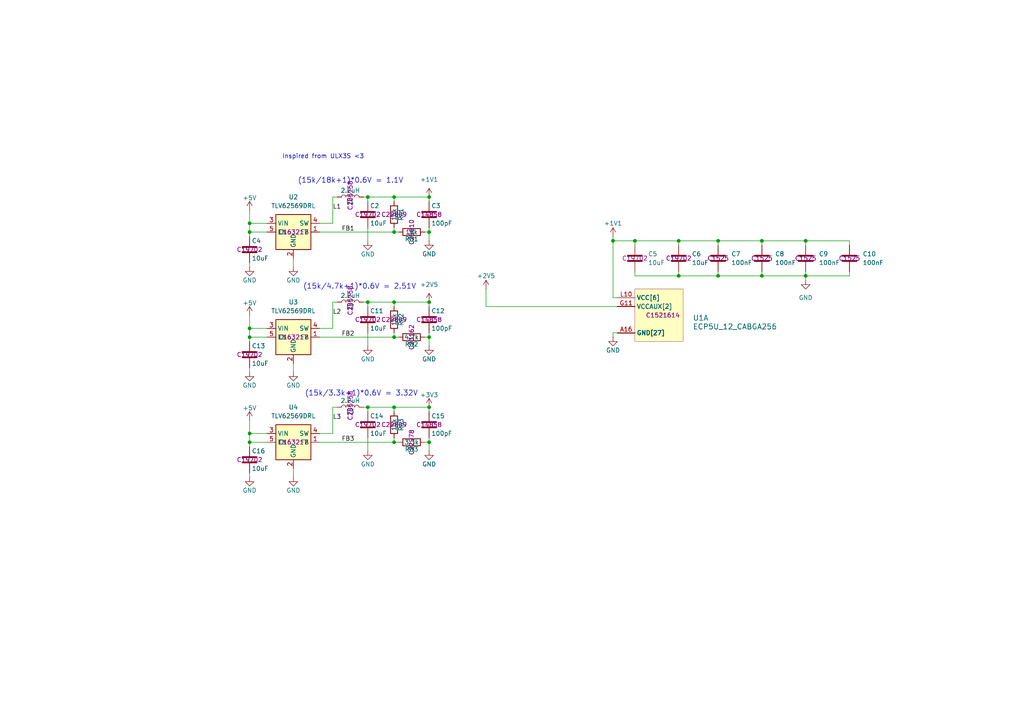
<source format=kicad_sch>
(kicad_sch (version 20250114) (generator "eeschema") (generator_version "9.0")
  (paper "A4")
  (lib_symbols
    (symbol "+1V1_1" (power) (pin_numbers (hide yes)) (pin_names (offset 0) (hide yes))
      (property "Value" "+1V1" (at 0 3.556 0))
      (symbol "+1V1_1_0_1"
        (polyline (pts (xy -0.762 1.27) (xy 0 2.54)))
        (polyline (pts (xy 0 2.54) (xy 0.762 1.27)))
        (polyline (pts (xy 0 0) (xy 0 2.54)))
      )
      (symbol "+1V1_1_1_1"
        (pin power_in line (at 0 0 90) (length 0) (name "~") (number "1"))
      )
    )
    (symbol "+2V5_1" (power) (pin_numbers (hide yes)) (pin_names (offset 0) (hide yes))
      (property "Value" "+2V5" (at 0 3.556 0))
      (symbol "+2V5_1_0_1"
        (polyline (pts (xy -0.762 1.27) (xy 0 2.54)))
        (polyline (pts (xy 0 2.54) (xy 0.762 1.27)))
        (polyline (pts (xy 0 0) (xy 0 2.54)))
      )
      (symbol "+2V5_1_1_1"
        (pin power_in line (at 0 0 90) (length 0) (name "~") (number "1"))
      )
    )
    (symbol "Device:C" (pin_numbers (hide yes)) (pin_names (offset 0.254))
      (property "Reference" "C" (at 0.635 2.54 0))
      (property "Value" "C" (at 0.635 -2.54 0))
      (symbol "C_0_1"
        (polyline (pts (xy -2.032 0.762) (xy 2.032 0.762)) (stroke (width 0.508)))
        (polyline (pts (xy -2.032 -0.762) (xy 2.032 -0.762)) (stroke (width 0.508)))
      )
      (symbol "C_1_1"
        (pin passive line (at 0 3.81 270) (length 2.794) (name "~") (number "1"))
        (pin passive line (at 0 -3.81 90) (length 2.794) (name "~") (number "2"))
      )
    )
    (symbol "Device:L" (pin_numbers (hide yes)) (pin_names (offset 1.016) (hide yes))
      (property "Reference" "L" (at -1.27 0 90))
      (property "Value" "L" (at 1.905 0 90))
      (symbol "L_0_1"
        (arc (start 0 2.54) (mid 0.6323 1.905) (end 0 1.27))
        (arc (start 0 1.27) (mid 0.6323 0.635) (end 0 0))
        (arc (start 0 0) (mid 0.6323 -0.635) (end 0 -1.27))
        (arc (start 0 -1.27) (mid 0.6323 -1.905) (end 0 -2.54))
      )
      (symbol "L_1_1"
        (pin passive line (at 0 3.81 270) (length 1.27) (name "1") (number "1"))
        (pin passive line (at 0 -3.81 90) (length 1.27) (name "2") (number "2"))
      )
    )
    (symbol "Device:R" (pin_numbers (hide yes)) (pin_names (offset 0))
      (property "Reference" "R" (at 2.032 0 90))
      (property "Value" "R" (at 0 0 90))
      (symbol "R_0_1"
        (rectangle (start -1.016 -2.54) (end 1.016 2.54) (stroke (width 0.254)))
      )
      (symbol "R_1_1"
        (pin passive line (at 0 3.81 270) (length 1.27) (name "~") (number "1"))
        (pin passive line (at 0 -3.81 90) (length 1.27) (name "~") (number "2"))
      )
    )
    (symbol "Regulator_Switching:TLV62569DRL"
      (property "Reference" "U" (at -5.08 6.35 0))
      (property "Value" "TLV62569DRL" (at 0 6.35 0))
      (symbol "TLV62569DRL_0_1"
        (rectangle (start -5.08 5.08) (end 5.08 -5.08) (stroke (width 0.254)) (fill (type background)))
      )
      (symbol "TLV62569DRL_1_1"
        (pin power_in line (at -7.62 2.54 0) (length 2.54) (name "VIN") (number "3"))
        (pin input line (at -7.62 0 0) (length 2.54) (name "EN") (number "5"))
        (pin power_in line (at 0 -7.62 90) (length 2.54) (name "GND") (number "2"))
        (pin no_connect line (at 5.08 -2.54 180) (length 2.54) (hide yes) (name "NC") (number "6"))
        (pin power_out line (at 7.62 2.54 180) (length 2.54) (name "SW") (number "4"))
        (pin input line (at 7.62 0 180) (length 2.54) (name "FB") (number "1"))
      )
    )
    (symbol "josh-ic:ECP5U_12_CABGA256"
      (property "Reference" "U1" (at 22.86 -2.5399 0))
      (property "Value" "ECP5U_12_CABGA256" (at 22.86 -5.0799 0))
      (symbol "ECP5U_12_CABGA256_1_1"
        (rectangle (start -7.62 7.62) (end 6.35 -7.62) (stroke (width 0.001)) (fill (type background)))
        (pin power_in line (at -12.7 5.08 0) (length 5.08) (name "VCC[6]") (number "G6"))
        (pin power_in line (at -12.7 5.08 0) (length 5.08) (name "VCC[6]") (number "G7"))
        (pin power_in line (at -12.7 5.08 0) (length 5.08) (name "VCC[6]") (number "G9"))
        (pin power_in line (at -12.7 5.08 0) (length 5.08) (name "VCC[6]") (number "L10"))
        (pin power_in line (at -12.7 5.08 0) (length 5.08) (name "VCC[6]") (number "L8"))
        (pin power_in line (at -12.7 5.08 0) (length 5.08) (name "VCC[6]") (number "L9"))
        (pin power_in line (at -12.7 2.54 0) (length 5.08) (name "VCCAUX[2]") (number "G11"))
        (pin power_in line (at -12.7 2.54 0) (length 5.08) (name "VCCAUX[2]") (number "L7"))
        (pin power_in line (at -12.7 -5.08 0) (length 5.08) (name "GND[27]") (number "A1"))
        (pin power_in line (at -12.7 -5.08 0) (length 5.08) (name "GND[27]") (number "A16"))
        (pin power_in line (at -12.7 -5.08 0) (length 5.08) (name "GND[27]") (number "D15"))
        (pin power_in line (at -12.7 -5.08 0) (length 5.08) (name "GND[27]") (number "D2"))
        (pin power_in line (at -12.7 -5.08 0) (length 5.08) (name "GND[27]") (number "F8"))
        (pin power_in line (at -12.7 -5.08 0) (length 5.08) (name "GND[27]") (number "F9"))
        (pin power_in line (at -12.7 -5.08 0) (length 5.08) (name "GND[27]") (number "G10"))
        (pin power_in line (at -12.7 -5.08 0) (length 5.08) (name "GND[27]") (number "G8"))
        (pin power_in line (at -12.7 -5.08 0) (length 5.08) (name "GND[27]") (number "H1"))
        (pin power_in line (at -12.7 -5.08 0) (length 5.08) (name "GND[27]") (number "H10"))
        (pin power_in line (at -12.7 -5.08 0) (length 5.08) (name "GND[27]") (number "H16"))
        (pin power_in line (at -12.7 -5.08 0) (length 5.08) (name "GND[27]") (number "H8"))
        (pin power_in line (at -12.7 -5.08 0) (length 5.08) (name "GND[27]") (number "H9"))
        (pin power_in line (at -12.7 -5.08 0) (length 5.08) (name "GND[27]") (number "J10"))
        (pin power_in line (at -12.7 -5.08 0) (length 5.08) (name "GND[27]") (number "J8"))
        (pin power_in line (at -12.7 -5.08 0) (length 5.08) (name "GND[27]") (number "J9"))
        (pin power_in line (at -12.7 -5.08 0) (length 5.08) (name "GND[27]") (number "K10"))
        (pin power_in line (at -12.7 -5.08 0) (length 5.08) (name "GND[27]") (number "K6"))
        (pin power_in line (at -12.7 -5.08 0) (length 5.08) (name "GND[27]") (number "K7"))
        (pin power_in line (at -12.7 -5.08 0) (length 5.08) (name "GND[27]") (number "K8"))
        (pin power_in line (at -12.7 -5.08 0) (length 5.08) (name "GND[27]") (number "K9"))
        (pin power_in line (at -12.7 -5.08 0) (length 5.08) (name "GND[27]") (number "N15"))
        (pin power_in line (at -12.7 -5.08 0) (length 5.08) (name "GND[27]") (number "N2"))
        (pin power_in line (at -12.7 -5.08 0) (length 5.08) (name "GND[27]") (number "T1"))
        (pin power_in line (at -12.7 -5.08 0) (length 5.08) (name "GND[27]") (number "T12"))
        (pin power_in line (at -12.7 -5.08 0) (length 5.08) (name "GND[27]") (number "T16"))
        (pin power_in line (at -12.7 -5.08 0) (length 5.08) (name "GND[27]") (number "T5"))
      )
      (symbol "ECP5U_12_CABGA256_2_1"
        (rectangle (start -16.51 40.64) (end 8.89 -27.94) (stroke (width 0.305)) (fill (type background)))
        (pin power_in line (at -21.59 38.1 0) (length 5.08) (name "VCCIO0[2]") (number "F6"))
        (pin power_in line (at -21.59 38.1 0) (length 5.08) (name "VCCIO0[2]") (number "F7"))
        (pin bidirectional line (at -21.59 33.02 0) (length 5.08) (name "PT4A/+") (number "A2"))
        (pin bidirectional line (at -21.59 30.48 0) (length 5.08) (name "PT4B/-") (number "B3"))
        (pin bidirectional line (at -21.59 27.94 0) (length 5.08) (name "PT6A/+") (number "A3"))
        (pin bidirectional line (at -21.59 25.4 0) (length 5.08) (name "PT6B/-") (number "A4"))
        (pin bidirectional line (at -21.59 22.86 0) (length 5.08) (name "PT9A/+") (number "E4"))
        (pin bidirectional line (at -21.59 20.32 0) (length 5.08) (name "PT9B/-") (number "D4"))
        (pin bidirectional line (at -21.59 17.78 0) (length 5.08) (name "PT11A/+") (number "C4"))
        (pin bidirectional line (at -21.59 15.24 0) (length 5.08) (name "PT11B/-") (number "B4"))
        (pin bidirectional line (at -21.59 12.7 0) (length 5.08) (name "PT13A/+") (number "E5"))
        (pin bidirectional line (at -21.59 10.16 0) (length 5.08) (name "PT13B/-") (number "D5"))
        (pin bidirectional line (at -21.59 7.62 0) (length 5.08) (name "PT15A/+") (number "C5"))
        (pin bidirectional line (at -21.59 5.08 0) (length 5.08) (name "PT15B/-") (number "B5"))
        (pin bidirectional line (at -21.59 2.54 0) (length 5.08) (name "PT18A/+") (number "A5"))
        (pin bidirectional line (at -21.59 0 0) (length 5.08) (name "PT18B/-") (number "A6"))
        (pin bidirectional line (at -21.59 -2.54 0) (length 5.08) (name "PT20A/+") (number "E6"))
        (pin bidirectional line (at -21.59 -5.08 0) (length 5.08) (name "PT20B/-") (number "D6"))
        (pin bidirectional line (at -21.59 -7.62 0) (length 5.08) (name "PT22A/+") (number "C6"))
        (pin bidirectional line (at -21.59 -10.16 0) (length 5.08) (name "PT22B/-") (number "B6"))
        (pin bidirectional line (at -21.59 -12.7 0) (length 5.08) (name "PT24A/+/GR_PCLK0_1") (number "E7"))
        (pin bidirectional line (at -21.59 -15.24 0) (length 5.08) (name "PT24B/-/GR_PCLK0_0") (number "D7"))
        (pin bidirectional line (at -21.59 -17.78 0) (length 5.08) (name "PT27A/+/PCLKT0_1") (number "C7"))
        (pin bidirectional line (at -21.59 -20.32 0) (length 5.08) (name "PT27B/-/PCLKC0_1") (number "B7"))
        (pin bidirectional line (at -21.59 -22.86 0) (length 5.08) (name "PT29A/+/PCLKT0_0") (number "A7"))
        (pin bidirectional line (at -21.59 -25.4 0) (length 5.08) (name "PT29B/-/PCLKC0_0") (number "A8"))
      )
      (symbol "ECP5U_12_CABGA256_3_1"
        (rectangle (start -16.51 40.64) (end 8.89 -48.26) (stroke (width 0.305)) (fill (type background)))
        (pin power_in line (at -21.59 38.1 0) (length 5.08) (name "VCCIO1[2]") (number "F10"))
        (pin power_in line (at -21.59 38.1 0) (length 5.08) (name "VCCIO1[2]") (number "F11"))
        (pin bidirectional line (at -21.59 33.02 0) (length 5.08) (name "PT33A/+/PCLKT1_1") (number "E8"))
        (pin bidirectional line (at -21.59 30.48 0) (length 5.08) (name "PT33B/-/PCLKC1_1") (number "D8"))
        (pin bidirectional line (at -21.59 27.94 0) (length 5.08) (name "PT35A/+/PCLKT1_0") (number "C8"))
        (pin bidirectional line (at -21.59 25.4 0) (length 5.08) (name "PT35B/-/PCLKC1_0") (number "B8"))
        (pin bidirectional line (at -21.59 22.86 0) (length 5.08) (name "PT38A/+/GR_PCLK1_0") (number "B9"))
        (pin bidirectional line (at -21.59 20.32 0) (length 5.08) (name "PT38B/-/GR_PCLK1_1") (number "C9"))
        (pin bidirectional line (at -21.59 17.78 0) (length 5.08) (name "PT40A/+") (number "D9"))
        (pin bidirectional line (at -21.59 15.24 0) (length 5.08) (name "PT40B/-") (number "E9"))
        (pin bidirectional line (at -21.59 12.7 0) (length 5.08) (name "PT42A/+") (number "A9"))
        (pin bidirectional line (at -21.59 10.16 0) (length 5.08) (name "PT42B/-") (number "A10"))
        (pin bidirectional line (at -21.59 7.62 0) (length 5.08) (name "PT44A/+") (number "B10"))
        (pin bidirectional line (at -21.59 5.08 0) (length 5.08) (name "PT44B/-") (number "C10"))
        (pin bidirectional line (at -21.59 2.54 0) (length 5.08) (name "PT47A/+") (number "D10"))
        (pin bidirectional line (at -21.59 0 0) (length 5.08) (name "PT47B/-") (number "E10"))
        (pin bidirectional line (at -21.59 -2.54 0) (length 5.08) (name "PT49A/+") (number "B11"))
        (pin bidirectional line (at -21.59 -5.08 0) (length 5.08) (name "PT49B/-") (number "C11"))
        (pin bidirectional line (at -21.59 -7.62 0) (length 5.08) (name "PT51A/+") (number "D11"))
        (pin bidirectional line (at -21.59 -10.16 0) (length 5.08) (name "PT51B/-") (number "E11"))
        (pin bidirectional line (at -21.59 -12.7 0) (length 5.08) (name "PT53A/+") (number "A11"))
        (pin bidirectional line (at -21.59 -15.24 0) (length 5.08) (name "PT53B/-") (number "A12"))
        (pin bidirectional line (at -21.59 -17.78 0) (length 5.08) (name "PT56A/+") (number "B12"))
        (pin bidirectional line (at -21.59 -20.32 0) (length 5.08) (name "PT56B/-") (number "C12"))
        (pin bidirectional line (at -21.59 -22.86 0) (length 5.08) (name "PT58A/+") (number "D12"))
        (pin bidirectional line (at -21.59 -25.4 0) (length 5.08) (name "PT58B/-") (number "E12"))
        (pin bidirectional line (at -21.59 -27.94 0) (length 5.08) (name "PT60A/+") (number "B13"))
        (pin bidirectional line (at -21.59 -30.48 0) (length 5.08) (name "PT60B/-") (number "C13"))
        (pin bidirectional line (at -21.59 -33.02 0) (length 5.08) (name "PT62A/+") (number "D13"))
        (pin bidirectional line (at -21.59 -35.56 0) (length 5.08) (name "PT62B/-") (number "E13"))
        (pin bidirectional line (at -21.59 -38.1 0) (length 5.08) (name "PT65A/+") (number "A13"))
        (pin bidirectional line (at -21.59 -40.64 0) (length 5.08) (name "PT65B/-") (number "A14"))
        (pin bidirectional line (at -21.59 -43.18 0) (length 5.08) (name "PT67A/+") (number "B14"))
        (pin bidirectional line (at -21.59 -45.72 0) (length 5.08) (name "PT67B/-") (number "A15"))
      )
      (symbol "ECP5U_12_CABGA256_4_1"
        (rectangle (start -16.51 40.64) (end 21.59 -48.26) (stroke (width 0.305)) (fill (type background)))
        (pin power_in line (at -21.59 38.1 0) (length 5.08) (name "VCCIO2[2]") (number "H11"))
        (pin power_in line (at -21.59 38.1 0) (length 5.08) (name "VCCIO2[2]") (number "J11"))
        (pin bidirectional line (at -21.59 33.02 0) (length 5.08) (name "PR2A/+/HS/RDQ8") (number "B16"))
        (pin bidirectional line (at -21.59 30.48 0) (length 5.08) (name "PR2B/-/S0_IN/HS/RDQ8") (number "B15"))
        (pin bidirectional line (at -21.59 27.94 0) (length 5.08) (name "PR2C/+/RDQ8") (number "C14"))
        (pin bidirectional line (at -21.59 25.4 0) (length 5.08) (name "PR2D/-/RDQ8") (number "D14"))
        (pin bidirectional line (at -21.59 22.86 0) (length 5.08) (name "PR5A/+/HS/RDQ8") (number "C16"))
        (pin bidirectional line (at -21.59 20.32 0) (length 5.08) (name "PR5B/-/HS/RDQ8") (number "C15"))
        (pin bidirectional line (at -21.59 17.78 0) (length 5.08) (name "PR5C/+/RDQ8") (number "E14"))
        (pin bidirectional line (at -21.59 15.24 0) (length 5.08) (name "PR5D/-/RDQ8") (number "F14"))
        (pin bidirectional line (at -21.59 12.7 0) (length 5.08) (name "PR8A/+/HS/RDQS8") (number "D16"))
        (pin bidirectional line (at -21.59 10.16 0) (length 5.08) (name "PR8B/-/HS/RDQSN8") (number "E15"))
        (pin bidirectional line (at -21.59 7.62 0) (length 5.08) (name "PR8C/+/RDQ8") (number "F13"))
        (pin bidirectional line (at -21.59 5.08 0) (length 5.08) (name "PR8D/-/RDQ8") (number "F12"))
        (pin bidirectional line (at -21.59 2.54 0) (length 5.08) (name "PR11A/+/HS/RDQ8") (number "G12"))
        (pin bidirectional line (at -21.59 0 0) (length 5.08) (name "PR11B/-/HS/RDQ8") (number "G13"))
        (pin bidirectional line (at -21.59 -2.54 0) (length 5.08) (name "PR11C/+/RDQ8") (number "F15"))
        (pin bidirectional line (at -21.59 -5.08 0) (length 5.08) (name "PR11D/-/RDQ8") (number "E16"))
        (pin bidirectional line (at -21.59 -7.62 0) (length 5.08) (name "PR14A/+/HS/RDQ20") (number "F16"))
        (pin bidirectional line (at -21.59 -10.16 0) (length 5.08) (name "PR14B/-/HS/RDQ20") (number "G15"))
        (pin bidirectional line (at -21.59 -12.7 0) (length 5.08) (name "PR14C/+/VREF1_2/RDQ20") (number "G14"))
        (pin bidirectional line (at -21.59 -15.24 0) (length 5.08) (name "PR14D/-/RDQ20") (number "H14"))
        (pin bidirectional line (at -21.59 -17.78 0) (length 5.08) (name "PR17A/+/HS/RDQ20") (number "H12"))
        (pin bidirectional line (at -21.59 -20.32 0) (length 5.08) (name "PR17B/-/HS/RDQ20") (number "H13"))
        (pin bidirectional line (at -21.59 -22.86 0) (length 5.08) (name "PR17C/+/RDQ20") (number "J13"))
        (pin bidirectional line (at -21.59 -25.4 0) (length 5.08) (name "PR17D/-/RDQ20") (number "J12"))
        (pin bidirectional line (at -21.59 -27.94 0) (length 5.08) (name "PR20A/+/GR_PCLK2_1/HS/RDQS20") (number "G16"))
        (pin bidirectional line (at -21.59 -30.48 0) (length 5.08) (name "PR20B/-/HS/RDQSN20") (number "H15"))
        (pin bidirectional line (at -21.59 -33.02 0) (length 5.08) (name "PR20C/+/GR_PCLK2_0/RDQ20") (number "J14"))
        (pin bidirectional line (at -21.59 -35.56 0) (length 5.08) (name "PR20D/-/RDQ20") (number "K14"))
        (pin bidirectional line (at -21.59 -38.1 0) (length 5.08) (name "PR23A/+/PCLKT2_1/HS/RDQ20") (number "J16"))
        (pin bidirectional line (at -21.59 -40.64 0) (length 5.08) (name "PR23B/-/PCLKC2_1/HS/RDQ20") (number "J15"))
        (pin bidirectional line (at -21.59 -43.18 0) (length 5.08) (name "PR23C/+/PCLKT2_0/RDQ20") (number "K16"))
        (pin bidirectional line (at -21.59 -45.72 0) (length 5.08) (name "PR23D/-/PCLKC2_0/RDQ20") (number "K15"))
      )
      (symbol "ECP5U_12_CABGA256_5_1"
        (rectangle (start -16.51 40.64) (end 19.05 -48.26) (stroke (width 0.305)) (fill (type background)))
        (pin power_in line (at -21.59 38.1 0) (length 5.08) (name "VCCIO3[2]") (number "K11"))
        (pin power_in line (at -21.59 38.1 0) (length 5.08) (name "VCCIO3[2]") (number "L11"))
        (pin bidirectional line (at -21.59 33.02 0) (length 5.08) (name "PR26A/+/PCLKT3_1/HS/RDQ32") (number "L16"))
        (pin bidirectional line (at -21.59 30.48 0) (length 5.08) (name "PR26B/-/PCLKC3_1/HS/RDQ32") (number "L15"))
        (pin bidirectional line (at -21.59 27.94 0) (length 5.08) (name "PR26C/+/PCLKT3_0/RDQ32") (number "M16"))
        (pin bidirectional line (at -21.59 25.4 0) (length 5.08) (name "PR26D/-/PCLKC3_0/RDQ32") (number "M15"))
        (pin bidirectional line (at -21.59 22.86 0) (length 5.08) (name "PR29A/+/GR_PCLK3_0/HS/RDQ32") (number "K13"))
        (pin bidirectional line (at -21.59 20.32 0) (length 5.08) (name "PR29B/-/HS/RDQ32") (number "K12"))
        (pin bidirectional line (at -21.59 17.78 0) (length 5.08) (name "PR29C/+/GR_PCLK3_1/RDQ32") (number "L13"))
        (pin bidirectional line (at -21.59 15.24 0) (length 5.08) (name "PR29D/-/RDQ32") (number "L12"))
        (pin bidirectional line (at -21.59 12.7 0) (length 5.08) (name "PR32A/+/HS/RDQS32") (number "N16"))
        (pin bidirectional line (at -21.59 10.16 0) (length 5.08) (name "PR32B/-/HS/RDQSN32") (number "P15"))
        (pin bidirectional line (at -21.59 7.62 0) (length 5.08) (name "PR32C/+/RDQ32") (number "L14"))
        (pin bidirectional line (at -21.59 5.08 0) (length 5.08) (name "PR32D/-/RDQ32") (number "M14"))
        (pin bidirectional line (at -21.59 2.54 0) (length 5.08) (name "PR35A/+/HS/RDQ32") (number "P16"))
        (pin bidirectional line (at -21.59 0 0) (length 5.08) (name "PR35B/-/VREF1_3/HS/RDQ32") (number "R16"))
        (pin bidirectional line (at -21.59 -2.54 0) (length 5.08) (name "PR35C/+/RDQ32") (number "M13"))
        (pin bidirectional line (at -21.59 -5.08 0) (length 5.08) (name "PR35D/-/RDQ32") (number "N14"))
        (pin bidirectional line (at -21.59 -7.62 0) (length 5.08) (name "PR38A/+/HS/RDQ44") (number "N13"))
        (pin bidirectional line (at -21.59 -10.16 0) (length 5.08) (name "PR38B/-/HS/RDQ44") (number "P14"))
        (pin bidirectional line (at -21.59 -12.7 0) (length 5.08) (name "PR38C/+/RDQ44") (number "R15"))
        (pin bidirectional line (at -21.59 -15.24 0) (length 5.08) (name "PR38D/-/RDQ44") (number "T15"))
        (pin bidirectional line (at -21.59 -17.78 0) (length 5.08) (name "PR41A/+/HS/RDQ44") (number "P13"))
        (pin bidirectional line (at -21.59 -20.32 0) (length 5.08) (name "PR41B/-/HS/RDQ44") (number "R14"))
        (pin bidirectional line (at -21.59 -22.86 0) (length 5.08) (name "PR41C/+/RDQ44") (number "R13"))
        (pin bidirectional line (at -21.59 -25.4 0) (length 5.08) (name "PR41D/-/RDQ44") (number "T14"))
        (pin bidirectional line (at -21.59 -27.94 0) (length 5.08) (name "PR44A/+/HS/RDQS44") (number "R12"))
        (pin bidirectional line (at -21.59 -30.48 0) (length 5.08) (name "PR44B/-/HS/RDQSN44") (number "T13"))
        (pin bidirectional line (at -21.59 -33.02 0) (length 5.08) (name "PR44C/+/RDQ44") (number "M12"))
        (pin bidirectional line (at -21.59 -35.56 0) (length 5.08) (name "PR44D/-/RDQ44") (number "N12"))
        (pin bidirectional line (at -21.59 -38.1 0) (length 5.08) (name "PR47A/+/HS/RDQ44") (number "M11"))
        (pin bidirectional line (at -21.59 -40.64 0) (length 5.08) (name "PR47B/-/HS/RDQ44") (number "N11"))
        (pin bidirectional line (at -21.59 -43.18 0) (length 5.08) (name "PR47C/+/LRC_GPLL0T_IN/RDQ44") (number "P11"))
        (pin bidirectional line (at -21.59 -45.72 0) (length 5.08) (name "PR47D/-/LRC_GPLL0C_IN/RDQ44") (number "P12"))
      )
      (symbol "ECP5U_12_CABGA256_6_1"
        (rectangle (start -16.51 40.64) (end 19.05 -48.26) (stroke (width 0.305)) (fill (type background)))
        (pin power_in line (at -21.59 38.1 0) (length 5.08) (name "VCCIO6[2]") (number "J6"))
        (pin power_in line (at -21.59 38.1 0) (length 5.08) (name "VCCIO6[2]") (number "J7"))
        (pin bidirectional line (at -21.59 33.02 0) (length 5.08) (name "PL26A/+/PCLKT6_1/HS/LDQ32") (number "L1"))
        (pin bidirectional line (at -21.59 30.48 0) (length 5.08) (name "PL26B/-/PCLKC6_1/HS/LDQ32") (number "L2"))
        (pin bidirectional line (at -21.59 27.94 0) (length 5.08) (name "PL26C/+/PCLKT6_0/LDQ32") (number "M1"))
        (pin bidirectional line (at -21.59 25.4 0) (length 5.08) (name "PL26D/-/PCLKC6_0/LDQ32") (number "M2"))
        (pin bidirectional line (at -21.59 22.86 0) (length 5.08) (name "PL29A/+/GR_PCLK6_0/HS/LDQ32") (number "K4"))
        (pin bidirectional line (at -21.59 20.32 0) (length 5.08) (name "PL29B/-/HS/LDQ32") (number "K5"))
        (pin bidirectional line (at -21.59 17.78 0) (length 5.08) (name "PL29C/+/GR_PCLK6_1/LDQ32") (number "L4"))
        (pin bidirectional line (at -21.59 15.24 0) (length 5.08) (name "PL29D/-/LDQ32") (number "L5"))
        (pin bidirectional line (at -21.59 12.7 0) (length 5.08) (name "PL32A/+/HS/LDQS32") (number "N1"))
        (pin bidirectional line (at -21.59 10.16 0) (length 5.08) (name "PL32B/-/HS/LDQSN32") (number "P2"))
        (pin bidirectional line (at -21.59 7.62 0) (length 5.08) (name "PL32C/+/LDQ32") (number "L3"))
        (pin bidirectional line (at -21.59 5.08 0) (length 5.08) (name "PL32D/-/LDQ32") (number "M3"))
        (pin bidirectional line (at -21.59 2.54 0) (length 5.08) (name "PL35A/+/HS/LDQ32") (number "P1"))
        (pin bidirectional line (at -21.59 0 0) (length 5.08) (name "PL35B/-/VREF1_6/HS/LDQ32") (number "R1"))
        (pin bidirectional line (at -21.59 -2.54 0) (length 5.08) (name "PL35C/+/LDQ32") (number "M4"))
        (pin bidirectional line (at -21.59 -5.08 0) (length 5.08) (name "PL35D/-/LDQ32") (number "N3"))
        (pin bidirectional line (at -21.59 -7.62 0) (length 5.08) (name "PL38A/+/HS/LDQ44") (number "N4"))
        (pin bidirectional line (at -21.59 -10.16 0) (length 5.08) (name "PL38B/-/HS/LDQ44") (number "P3"))
        (pin bidirectional line (at -21.59 -12.7 0) (length 5.08) (name "PL38C/+/LDQ44") (number "R2"))
        (pin bidirectional line (at -21.59 -15.24 0) (length 5.08) (name "PL38D/-/LDQ44") (number "T2"))
        (pin bidirectional line (at -21.59 -17.78 0) (length 5.08) (name "PL41A/+/HS/LDQ44") (number "P4"))
        (pin bidirectional line (at -21.59 -20.32 0) (length 5.08) (name "PL41B/-/HS/LDQ44") (number "R3"))
        (pin bidirectional line (at -21.59 -22.86 0) (length 5.08) (name "PL41C/+/LDQ44") (number "R4"))
        (pin bidirectional line (at -21.59 -25.4 0) (length 5.08) (name "PL41D/-/LDQ44") (number "T3"))
        (pin bidirectional line (at -21.59 -27.94 0) (length 5.08) (name "PL44A/+/HS/LDQS44") (number "R5"))
        (pin bidirectional line (at -21.59 -30.48 0) (length 5.08) (name "PL44B/-/HS/LDQSN44") (number "T4"))
        (pin bidirectional line (at -21.59 -33.02 0) (length 5.08) (name "PL44C/+/LDQ44") (number "M5"))
        (pin bidirectional line (at -21.59 -35.56 0) (length 5.08) (name "PL44D/-/LDQ44") (number "N5"))
        (pin bidirectional line (at -21.59 -38.1 0) (length 5.08) (name "PL47A/+/HS/LDQ44") (number "M6"))
        (pin bidirectional line (at -21.59 -40.64 0) (length 5.08) (name "PL47B/-/HS/LDQ44") (number "N6"))
        (pin bidirectional line (at -21.59 -43.18 0) (length 5.08) (name "PL47C/+/LLC_GPLL0T_IN/LDQ44") (number "P6"))
        (pin bidirectional line (at -21.59 -45.72 0) (length 5.08) (name "PL47D/-/LLC_GPLL0C_IN/LDQ44") (number "P5"))
      )
      (symbol "ECP5U_12_CABGA256_7_1"
        (rectangle (start -16.51 40.64) (end 20.32 -46.99) (stroke (width 0.305)) (fill (type background)))
        (pin power_in line (at -21.59 38.1 0) (length 5.08) (name "VCCIO7[2]") (number "H6"))
        (pin power_in line (at -21.59 38.1 0) (length 5.08) (name "VCCIO7[2]") (number "H7"))
        (pin bidirectional line (at -21.59 34.29 0) (length 5.08) (name "PL2A/+/HS/LDQ8") (number "B1"))
        (pin bidirectional line (at -21.59 31.75 0) (length 5.08) (name "PL2B/-/HS/LDQ8") (number "B2"))
        (pin bidirectional line (at -21.59 29.21 0) (length 5.08) (name "PL2C/+/LDQ8") (number "C3"))
        (pin bidirectional line (at -21.59 26.67 0) (length 5.08) (name "PL2D/-/LDQ8") (number "D3"))
        (pin bidirectional line (at -21.59 24.13 0) (length 5.08) (name "PL5A/+/HS/LDQ8") (number "C1"))
        (pin bidirectional line (at -21.59 21.59 0) (length 5.08) (name "PL5B/-/HS/LDQ8") (number "C2"))
        (pin bidirectional line (at -21.59 19.05 0) (length 5.08) (name "PL5C/+/LDQ8") (number "E3"))
        (pin bidirectional line (at -21.59 16.51 0) (length 5.08) (name "PL5D/-/LDQ8") (number "F3"))
        (pin bidirectional line (at -21.59 13.97 0) (length 5.08) (name "PL8A/+/HS/LDQS8") (number "D1"))
        (pin bidirectional line (at -21.59 11.43 0) (length 5.08) (name "PL8B/-/HS/LDQSN8") (number "E2"))
        (pin bidirectional line (at -21.59 8.89 0) (length 5.08) (name "PL8C/+/LDQ8") (number "F4"))
        (pin bidirectional line (at -21.59 6.35 0) (length 5.08) (name "PL8D/-/LDQ8") (number "F5"))
        (pin bidirectional line (at -21.59 3.81 0) (length 5.08) (name "PL11A/+/HS/LDQ8") (number "G5"))
        (pin bidirectional line (at -21.59 1.27 0) (length 5.08) (name "PL11B/-/HS/LDQ8") (number "G4"))
        (pin bidirectional line (at -21.59 -1.27 0) (length 5.08) (name "PL11C/+/LDQ8") (number "F2"))
        (pin bidirectional line (at -21.59 -3.81 0) (length 5.08) (name "PL11D/-/LDQ8") (number "E1"))
        (pin bidirectional line (at -21.59 -6.35 0) (length 5.08) (name "PL14A/+/HS/LDQ20") (number "F1"))
        (pin bidirectional line (at -21.59 -8.89 0) (length 5.08) (name "PL14B/-/HS/LDQ20") (number "G2"))
        (pin bidirectional line (at -21.59 -11.43 0) (length 5.08) (name "PL14C/+/VREF1_7/LDQ20") (number "G3"))
        (pin bidirectional line (at -21.59 -13.97 0) (length 5.08) (name "PL14D/-/LDQ20") (number "H3"))
        (pin bidirectional line (at -21.59 -16.51 0) (length 5.08) (name "PL17A/+/HS/LDQ20") (number "H5"))
        (pin bidirectional line (at -21.59 -19.05 0) (length 5.08) (name "PL17B/-/HS/LDQ20") (number "H4"))
        (pin bidirectional line (at -21.59 -21.59 0) (length 5.08) (name "PL17C/+/LDQ20") (number "J4"))
        (pin bidirectional line (at -21.59 -24.13 0) (length 5.08) (name "PL17D/-/LDQ20") (number "J5"))
        (pin bidirectional line (at -21.59 -26.67 0) (length 5.08) (name "PL20A/+/GR_PCLK7_1/HS/LDQS20") (number "G1"))
        (pin bidirectional line (at -21.59 -29.21 0) (length 5.08) (name "PL20B/-/HS/LDQSN20") (number "H2"))
        (pin bidirectional line (at -21.59 -31.75 0) (length 5.08) (name "PL20C/+/GR_PCLK7_0/LDQ20") (number "J3"))
        (pin bidirectional line (at -21.59 -34.29 0) (length 5.08) (name "PL20D/-/LDQ20") (number "K3"))
        (pin bidirectional line (at -21.59 -36.83 0) (length 5.08) (name "PL23A/+/PCLKT7_1/HS/LDQ20") (number "J1"))
        (pin bidirectional line (at -21.59 -39.37 0) (length 5.08) (name "PL23B/-/PCLKC7_1/HS/LDQ20") (number "J2"))
        (pin bidirectional line (at -21.59 -41.91 0) (length 5.08) (name "PL23C/+/PCLKT7_0/LDQ20") (number "K1"))
        (pin bidirectional line (at -21.59 -44.45 0) (length 5.08) (name "PL23D/-/PCLKC7_0/LDQ20") (number "K2"))
      )
      (symbol "ECP5U_12_CABGA256_8_1"
        (rectangle (start -16.51 40.64) (end 25.4 -17.78) (stroke (width 0.305)) (fill (type background)))
        (pin power_in line (at -21.59 38.1 0) (length 5.08) (name "VCCIO8") (number "L6"))
        (pin bidirectional line (at -21.59 33.02 0) (length 5.08) (name "CCLK/MCLK/SCK") (number "N9"))
        (pin bidirectional line (at -21.59 30.48 0) (length 5.08) (name "CFG_0") (number "N10"))
        (pin bidirectional line (at -21.59 27.94 0) (length 5.08) (name "CFG_1") (number "P10"))
        (pin bidirectional line (at -21.59 25.4 0) (length 5.08) (name "CFG_2") (number "R10"))
        (pin bidirectional line (at -21.59 22.86 0) (length 5.08) (name "DONE") (number "P9"))
        (pin bidirectional line (at -21.59 20.32 0) (length 5.08) (name "INITN") (number "T9"))
        (pin bidirectional line (at -21.59 17.78 0) (length 5.08) (name "PB4A/+/D7/IO7") (number "T6"))
        (pin bidirectional line (at -21.59 15.24 0) (length 5.08) (name "PB4B/-/D6/IO6") (number "R6"))
        (pin bidirectional line (at -21.59 12.7 0) (length 5.08) (name "PB6A/+/D5/MISO2/IO5") (number "R7"))
        (pin bidirectional line (at -21.59 10.16 0) (length 5.08) (name "PB6B/-/D4/MOSI2/IO4") (number "P7"))
        (pin bidirectional line (at -21.59 7.62 0) (length 5.08) (name "PB9A/+/D3/IO3") (number "N7"))
        (pin bidirectional line (at -21.59 5.08 0) (length 5.08) (name "PB9B/-/D2/IO2") (number "M7"))
        (pin bidirectional line (at -21.59 2.54 0) (length 5.08) (name "PB11A/+/D1/MISO/IO1") (number "T7"))
        (pin bidirectional line (at -21.59 0 0) (length 5.08) (name "PB11B/-/D0/MOSI/IO0") (number "T8"))
        (pin bidirectional line (at -21.59 -2.54 0) (length 5.08) (name "PB13A/+/SN/CSN") (number "R8"))
        (pin bidirectional line (at -21.59 -5.08 0) (length 5.08) (name "PB13B/-/CS1N") (number "P8"))
        (pin bidirectional line (at -21.59 -7.62 0) (length 5.08) (name "PB15A/+/HOLDN/DI/BUSY/CSSPIN/CEN") (number "N8"))
        (pin bidirectional line (at -21.59 -10.16 0) (length 5.08) (name "PB15B/-/DOUT/CSON") (number "M8"))
        (pin bidirectional line (at -21.59 -12.7 0) (length 5.08) (name "PB18A/WRITEN") (number "M9"))
        (pin bidirectional line (at -21.59 -15.24 0) (length 5.08) (name "PROGRAMN") (number "R9"))
      )
      (symbol "ECP5U_12_CABGA256_9_1"
        (rectangle (start -2.54 6.35) (end 5.08 -6.35) (stroke (width 0.305)) (fill (type background)))
        (pin bidirectional line (at -7.62 3.81 0) (length 5.08) (name "TCK") (number "T10"))
        (pin bidirectional line (at -7.62 1.27 0) (length 5.08) (name "TDI") (number "R11"))
        (pin bidirectional line (at -7.62 -1.27 0) (length 5.08) (name "TDO") (number "M10"))
        (pin bidirectional line (at -7.62 -3.81 0) (length 5.08) (name "TMS") (number "T11"))
      )
    )
    (symbol "power:+1V1" (power) (pin_names (offset 0))
      (property "Value" "+1V1" (at 0 3.556 0))
      (symbol "+1V1_0_1"
        (polyline (pts (xy -0.762 1.27) (xy 0 2.54)))
        (polyline (pts (xy 0 2.54) (xy 0.762 1.27)))
        (polyline (pts (xy 0 0) (xy 0 2.54)))
      )
      (symbol "+1V1_1_1"
        (pin power_in line (at 0 0 90) (length 0) (hide yes) (name "+1V1") (number "1"))
      )
    )
    (symbol "power:+2V5" (power) (pin_names (offset 0))
      (property "Value" "+2V5" (at 0 3.556 0))
      (symbol "+2V5_0_1"
        (polyline (pts (xy -0.762 1.27) (xy 0 2.54)))
        (polyline (pts (xy 0 2.54) (xy 0.762 1.27)))
        (polyline (pts (xy 0 0) (xy 0 2.54)))
      )
      (symbol "+2V5_1_1"
        (pin power_in line (at 0 0 90) (length 0) (hide yes) (name "+2V5") (number "1"))
      )
    )
    (symbol "power:+3V3" (power) (pin_numbers (hide yes)) (pin_names (offset 0) (hide yes))
      (property "Value" "+3V3" (at 0 3.556 0))
      (symbol "+3V3_0_1"
        (polyline (pts (xy -0.762 1.27) (xy 0 2.54)))
        (polyline (pts (xy 0 2.54) (xy 0.762 1.27)))
        (polyline (pts (xy 0 0) (xy 0 2.54)))
      )
      (symbol "+3V3_1_1"
        (pin power_in line (at 0 0 90) (length 0) (name "~") (number "1"))
      )
    )
    (symbol "power:+5V" (power) (pin_numbers (hide yes)) (pin_names (offset 0) (hide yes))
      (property "Value" "+5V" (at 0 3.556 0))
      (symbol "+5V_0_1"
        (polyline (pts (xy -0.762 1.27) (xy 0 2.54)))
        (polyline (pts (xy 0 2.54) (xy 0.762 1.27)))
        (polyline (pts (xy 0 0) (xy 0 2.54)))
      )
      (symbol "+5V_1_1"
        (pin power_in line (at 0 0 90) (length 0) (name "~") (number "1"))
      )
    )
    (symbol "power:GND" (power) (pin_numbers (hide yes)) (pin_names (offset 0) (hide yes))
      (property "Value" "GND" (at 0 -3.81 0))
      (symbol "GND_0_1"
        (polyline (pts (xy 0 0) (xy 0 -1.27) (xy 1.27 -1.27) (xy 0 -2.54) (xy -1.27 -1.27) (xy 0 -1.27)))
      )
      (symbol "GND_1_1"
        (pin power_in line (at 0 0 270) (length 0) (name "~") (number "1"))
      )
    )
  )
  (text "(15k/18k+1)*0.6V = 1.1V\n" (at 86.36 53.34 0) (effects (font (size 1.524 1.524)) (justify left bottom)))
  (text "(15k/4.7k+1)*0.6V = 2.51V\n" (at 87.884 84.074 0) (effects (font (size 1.524 1.524)) (justify left bottom)))
  (text "(15k/3.3k+1)*0.6V = 3.32V\n" (at 88.392 115.062 0) (effects (font (size 1.524 1.524)) (justify left bottom)))
  (text "Inspired from ULX3S <3" (at 93.726 45.466 0) (effects (font (size 1.27 1.27))))
  (junction (at 106.68 87.63))
  (junction (at 208.28 80.01))
  (junction (at 72.39 95.25))
  (junction (at 177.8 69.85))
  (junction (at 114.3 97.79))
  (junction (at 220.98 69.85))
  (junction (at 106.68 118.11))
  (junction (at 233.68 80.01))
  (junction (at 72.39 128.27))
  (junction (at 233.68 69.85))
  (junction (at 72.39 64.77))
  (junction (at 72.39 97.79))
  (junction (at 124.46 128.27))
  (junction (at 208.28 69.85))
  (junction (at 124.46 118.11))
  (junction (at 124.46 97.79))
  (junction (at 196.85 80.01))
  (junction (at 114.3 128.27))
  (junction (at 220.98 80.01))
  (junction (at 124.46 57.15))
  (junction (at 114.3 67.31))
  (junction (at 124.46 67.31))
  (junction (at 114.3 57.15))
  (junction (at 184.15 69.85))
  (junction (at 114.3 118.11))
  (junction (at 72.39 67.31))
  (junction (at 72.39 125.73))
  (junction (at 124.46 87.63))
  (junction (at 196.85 69.85))
  (junction (at 114.3 87.63))
  (junction (at 106.68 57.15))
  (wire (pts (xy 220.98 80.01) (xy 220.98 78.74)))
  (wire (pts (xy 96.52 118.11) (xy 96.52 125.73)))
  (wire (pts (xy 96.52 87.63) (xy 97.79 87.63)))
  (wire (pts (xy 106.68 88.9) (xy 106.68 87.63)))
  (wire (pts (xy 106.68 96.52) (xy 106.68 100.33)))
  (wire (pts (xy 233.68 69.85) (xy 246.38 69.85)))
  (wire (pts (xy 177.8 86.36) (xy 179.07 86.36)))
  (wire (pts (xy 92.71 128.27) (xy 114.3 128.27)))
  (wire (pts (xy 233.68 80.01) (xy 246.38 80.01)))
  (wire (pts (xy 124.46 57.15) (xy 124.46 58.42)))
  (wire (pts (xy 124.46 97.79) (xy 124.46 100.33)))
  (wire (pts (xy 208.28 78.74) (xy 208.28 80.01)))
  (wire (pts (xy 106.68 119.38) (xy 106.68 118.11)))
  (wire (pts (xy 72.39 95.25) (xy 72.39 97.79)))
  (wire (pts (xy 72.39 137.16) (xy 72.39 138.43)))
  (wire (pts (xy 124.46 87.63) (xy 124.46 88.9)))
  (wire (pts (xy 196.85 80.01) (xy 184.15 80.01)))
  (wire (pts (xy 140.97 88.9) (xy 179.07 88.9)))
  (wire (pts (xy 106.68 58.42) (xy 106.68 57.15)))
  (wire (pts (xy 72.39 67.31) (xy 77.47 67.31)))
  (wire (pts (xy 140.97 83.82) (xy 140.97 88.9)))
  (wire (pts (xy 96.52 118.11) (xy 97.79 118.11)))
  (wire (pts (xy 72.39 125.73) (xy 72.39 128.27)))
  (wire (pts (xy 85.09 105.41) (xy 85.09 107.95)))
  (wire (pts (xy 105.41 118.11) (xy 106.68 118.11)))
  (wire (pts (xy 105.41 57.15) (xy 106.68 57.15)))
  (wire (pts (xy 114.3 67.31) (xy 115.57 67.31)))
  (wire (pts (xy 72.39 91.44) (xy 72.39 95.25)))
  (wire (pts (xy 220.98 71.12) (xy 220.98 69.85)))
  (wire (pts (xy 233.68 80.01) (xy 233.68 78.74)))
  (wire (pts (xy 114.3 118.11) (xy 124.46 118.11)))
  (wire (pts (xy 114.3 128.27) (xy 114.3 127)))
  (wire (pts (xy 124.46 118.11) (xy 124.46 119.38)))
  (wire (pts (xy 72.39 67.31) (xy 72.39 68.58)))
  (wire (pts (xy 123.19 67.31) (xy 124.46 67.31)))
  (wire (pts (xy 123.19 97.79) (xy 124.46 97.79)))
  (wire (pts (xy 208.28 69.85) (xy 208.28 71.12)))
  (wire (pts (xy 96.52 57.15) (xy 97.79 57.15)))
  (wire (pts (xy 106.68 118.11) (xy 114.3 118.11)))
  (wire (pts (xy 220.98 80.01) (xy 233.68 80.01)))
  (wire (pts (xy 114.3 97.79) (xy 114.3 96.52)))
  (wire (pts (xy 72.39 97.79) (xy 77.47 97.79)))
  (wire (pts (xy 208.28 80.01) (xy 196.85 80.01)))
  (wire (pts (xy 124.46 66.04) (xy 124.46 67.31)))
  (wire (pts (xy 184.15 80.01) (xy 184.15 78.74)))
  (wire (pts (xy 184.15 71.12) (xy 184.15 69.85)))
  (wire (pts (xy 85.09 74.93) (xy 85.09 77.47)))
  (wire (pts (xy 114.3 57.15) (xy 124.46 57.15)))
  (wire (pts (xy 106.68 57.15) (xy 114.3 57.15)))
  (wire (pts (xy 208.28 80.01) (xy 220.98 80.01)))
  (wire (pts (xy 196.85 80.01) (xy 196.85 78.74)))
  (wire (pts (xy 72.39 128.27) (xy 77.47 128.27)))
  (wire (pts (xy 72.39 76.2) (xy 72.39 77.47)))
  (wire (pts (xy 92.71 67.31) (xy 114.3 67.31)))
  (wire (pts (xy 114.3 87.63) (xy 124.46 87.63)))
  (wire (pts (xy 124.46 96.52) (xy 124.46 97.79)))
  (wire (pts (xy 114.3 57.15) (xy 114.3 58.42)))
  (wire (pts (xy 114.3 97.79) (xy 115.57 97.79)))
  (wire (pts (xy 85.09 135.89) (xy 85.09 138.43)))
  (wire (pts (xy 114.3 128.27) (xy 115.57 128.27)))
  (wire (pts (xy 72.39 106.68) (xy 72.39 107.95)))
  (wire (pts (xy 96.52 87.63) (xy 96.52 95.25)))
  (wire (pts (xy 208.28 69.85) (xy 220.98 69.85)))
  (wire (pts (xy 177.8 69.85) (xy 184.15 69.85)))
  (wire (pts (xy 114.3 87.63) (xy 114.3 88.9)))
  (wire (pts (xy 72.39 128.27) (xy 72.39 129.54)))
  (wire (pts (xy 72.39 64.77) (xy 72.39 67.31)))
  (wire (pts (xy 72.39 64.77) (xy 77.47 64.77)))
  (wire (pts (xy 72.39 95.25) (xy 77.47 95.25)))
  (wire (pts (xy 72.39 125.73) (xy 77.47 125.73)))
  (wire (pts (xy 92.71 64.77) (xy 96.52 64.77)))
  (wire (pts (xy 196.85 69.85) (xy 208.28 69.85)))
  (wire (pts (xy 124.46 127) (xy 124.46 128.27)))
  (wire (pts (xy 72.39 121.92) (xy 72.39 125.73)))
  (wire (pts (xy 114.3 67.31) (xy 114.3 66.04)))
  (wire (pts (xy 105.41 87.63) (xy 106.68 87.63)))
  (wire (pts (xy 177.8 97.79) (xy 177.8 96.52)))
  (wire (pts (xy 184.15 69.85) (xy 196.85 69.85)))
  (wire (pts (xy 233.68 71.12) (xy 233.68 69.85)))
  (wire (pts (xy 124.46 128.27) (xy 124.46 130.81)))
  (wire (pts (xy 177.8 69.85) (xy 177.8 86.36)))
  (wire (pts (xy 177.8 68.58) (xy 177.8 69.85)))
  (wire (pts (xy 72.39 97.79) (xy 72.39 99.06)))
  (wire (pts (xy 106.68 127) (xy 106.68 130.81)))
  (wire (pts (xy 124.46 67.31) (xy 124.46 69.85)))
  (wire (pts (xy 114.3 118.11) (xy 114.3 119.38)))
  (wire (pts (xy 246.38 69.85) (xy 246.38 71.12)))
  (wire (pts (xy 96.52 95.25) (xy 92.71 95.25)))
  (wire (pts (xy 106.68 66.04) (xy 106.68 69.93)))
  (wire (pts (xy 123.19 128.27) (xy 124.46 128.27)))
  (wire (pts (xy 92.71 97.79) (xy 114.3 97.79)))
  (wire (pts (xy 96.52 125.73) (xy 92.71 125.73)))
  (wire (pts (xy 96.52 57.15) (xy 96.52 64.77)))
  (wire (pts (xy 220.98 69.85) (xy 233.68 69.85)))
  (wire (pts (xy 177.8 96.52) (xy 179.07 96.52)))
  (wire (pts (xy 196.85 69.85) (xy 196.85 71.12)))
  (wire (pts (xy 106.68 87.63) (xy 114.3 87.63)))
  (wire (pts (xy 233.68 81.28) (xy 233.68 80.01)))
  (wire (pts (xy 246.38 78.74) (xy 246.38 80.01)))
  (wire (pts (xy 72.39 60.96) (xy 72.39 64.77)))
  (label "FB3" (at 99.06 128.27 0))
  (label "L2" (at 96.52 91.44 0))
  (label "L3" (at 96.52 121.92 0))
  (label "L1" (at 96.52 60.96 0))
  (label "FB1" (at 99.06 67.31 0))
  (label "FB2" (at 99.06 97.79 0))
  (symbol (lib_id "power:GND") (at 85.09 77.47 0) (unit 1)
    (property "Reference" "#PWR027" (effects (hide yes)))
    (property "Value" "GND" (at 85.09 81.28 0))
  )
  (symbol (lib_id "power:+5V") (at 72.39 60.96 0) (unit 1)
    (property "Reference" "#PWR022" (effects (hide yes)))
    (property "Value" "+5V" (at 72.39 57.404 0))
  )
  (symbol (lib_id "power:GND") (at 72.39 77.47 0) (unit 1)
    (property "Reference" "#PWR026" (effects (hide yes)))
    (property "Value" "GND" (at 72.39 81.28 0))
  )
  (symbol (lib_id "Device:C") (at 72.39 72.39 0) (unit 1)
    (property "Reference" "C4" (at 73.025 69.85 0) (effects (justify left)))
    (property "Value" "10uF" (at 73.025 74.93 0) (effects (justify left)))
    (property "Footprint" "Capacitor_SMD:C_0603_1608Metric" (effects (hide yes)))
    (property "JLCPCB Part #" "C19702" (at 72.39 72.39 0))
  )
  (symbol (lib_id "Device:R") (at 114.3 62.23 0) (unit 1)
    (property "Reference" "RA1" (at 116.332 62.23 90))
    (property "Value" "15k" (at 114.3 62.23 90))
    (property "Footprint" "Resistor_SMD:R_0603_1608Metric" (effects (hide yes)))
    (property "JLCPCB Part #" "C22809" (at 114.3 62.23 0))
  )
  (symbol (lib_id "Device:R") (at 119.38 67.31 270) (unit 1)
    (property "Reference" "RB1" (at 119.38 69.342 90))
    (property "Value" "18k" (at 119.38 67.31 90))
    (property "Footprint" "Resistor_SMD:R_0603_1608Metric" (effects (hide yes)))
    (property "JLCPCB Part #" "C25810" (at 119.38 67.31 0))
  )
  (symbol (lib_id "power:GND") (at 124.46 69.85 0) (unit 1)
    (property "Reference" "#PWR024" (effects (hide yes)))
    (property "Value" "GND" (at 124.46 73.66 0))
  )
  (symbol (lib_id "Device:C") (at 106.68 123.19 0) (unit 1)
    (property "Reference" "C14" (at 107.315 120.65 0) (effects (justify left)))
    (property "Value" "10uF" (at 107.315 125.73 0) (effects (justify left)))
    (property "Footprint" "Capacitor_SMD:C_0603_1608Metric" (effects (hide yes)))
    (property "JLCPCB Part #" "C19702" (at 106.68 123.19 0))
  )
  (symbol (lib_id "Device:R") (at 114.3 123.19 0) (unit 1)
    (property "Reference" "RA3" (at 116.332 123.19 90))
    (property "Value" "15k" (at 114.3 123.19 90))
    (property "Footprint" "Resistor_SMD:R_0603_1608Metric" (effects (hide yes)))
    (property "JLCPCB Part #" "C22809" (at 114.3 123.19 0))
  )
  (symbol (lib_id "Device:R") (at 119.38 128.27 270) (unit 1)
    (property "Reference" "RB3" (at 119.38 130.302 90))
    (property "Value" "3.3k" (at 119.38 128.27 90))
    (property "Footprint" "Resistor_SMD:R_0603_1608Metric" (effects (hide yes)))
    (property "JLCPCB Part #" "C22978" (at 119.38 128.27 0))
  )
  (symbol (lib_id "power:GND") (at 124.46 130.81 0) (unit 1)
    (property "Reference" "#PWR040" (effects (hide yes)))
    (property "Value" "GND" (at 124.46 134.62 0))
  )
  (symbol (lib_id "Device:C") (at 124.46 123.19 0) (unit 1)
    (property "Reference" "C15" (at 125.095 120.65 0) (effects (justify left)))
    (property "Value" "100pF" (at 125.095 125.73 0) (effects (justify left)))
    (property "Footprint" "Capacitor_SMD:C_0603_1608Metric" (effects (hide yes)))
    (property "JLCPCB Part #" "C14858" (at 124.46 123.19 0))
  )
  (symbol (lib_id "power:+3V3") (at 124.46 118.11 0) (unit 1)
    (property "Reference" "#PWR037" (effects (hide yes)))
    (property "Value" "+3V3" (at 124.46 114.554 0))
  )
  (symbol (lib_id "Device:L") (at 101.6 87.63 90) (unit 1)
    (property "Reference" "L2" (at 101.6 88.9 90))
    (property "Value" "2.2uH" (at 101.6 85.725 90))
    (property "Footprint" "Inductor_SMD:L_1008_2520Metric" (effects (hide yes)))
    (property "Datasheet" "http://psearch.en.murata.com/inductor/product/DFE252012PD-2R2M%23.pdf" (effects (hide yes)))
    (property "JLCPCB Part #" " C285758" (at 101.6 87.63 0))
  )
  (symbol (lib_id "Device:R") (at 114.3 92.71 0) (unit 1)
    (property "Reference" "RA2" (at 116.332 92.71 90))
    (property "Value" "15k" (at 114.3 92.71 90))
    (property "Footprint" "Resistor_SMD:R_0603_1608Metric" (effects (hide yes)))
    (property "JLCPCB Part #" "C22809" (at 114.3 92.71 0))
  )
  (symbol (lib_id "Device:R") (at 119.38 97.79 270) (unit 1)
    (property "Reference" "RB2" (at 119.38 99.822 90))
    (property "Value" "4.7k" (at 119.38 97.79 90))
    (property "Footprint" "Resistor_SMD:R_0603_1608Metric" (effects (hide yes)))
    (property "JLCPCB Part #" "C23162" (at 119.38 97.79 0))
  )
  (symbol (lib_id "power:GND") (at 124.46 100.33 0) (unit 1)
    (property "Reference" "#PWR034" (effects (hide yes)))
    (property "Value" "GND" (at 124.46 104.14 0))
  )
  (symbol (lib_id "Device:L") (at 101.6 57.15 90) (unit 1)
    (property "Reference" "L1" (at 101.6 58.42 90))
    (property "Value" "2.2uH" (at 101.6 55.245 90))
    (property "Footprint" "Inductor_SMD:L_1008_2520Metric" (effects (hide yes)))
    (property "Datasheet" "http://psearch.en.murata.com/inductor/product/DFE252012PD-2R2M%23.pdf" (effects (hide yes)))
    (property "JLCPCB Part #" " C285758" (at 101.6 57.15 0))
  )
  (symbol (lib_id "Device:L") (at 101.6 118.11 90) (unit 1)
    (property "Reference" "L3" (at 101.6 119.38 90))
    (property "Value" "2.2uH" (at 101.6 116.205 90))
    (property "Footprint" "Inductor_SMD:L_1008_2520Metric" (effects (hide yes)))
    (property "Datasheet" "http://psearch.en.murata.com/inductor/product/DFE252012PD-2R2M%23.pdf" (effects (hide yes)))
    (property "JLCPCB Part #" " C285758" (at 101.6 118.11 0))
  )
  (symbol (lib_id "power:+2V5") (at 140.97 83.82 0) (unit 1)
    (property "Reference" "#PWR029" (effects (hide yes)))
    (property "Value" "+2V5" (at 140.97 80.01 0))
  )
  (symbol (lib_id "Device:C") (at 246.38 74.93 0) (unit 1)
    (property "Reference" "C10" (at 250.19 73.6599 0) (effects (justify left)))
    (property "Value" "100nF" (at 250.19 76.1999 0) (effects (justify left)))
    (property "Footprint" "Capacitor_SMD:C_0402_1005Metric" (effects (hide yes)))
    (property "Description" "Unpolarized capacitor" (effects (hide yes)))
    (property "JLCPCB Part #" "C1525" (at 246.38 74.93 0))
  )
  (symbol (lib_id "power:GND") (at 72.39 107.95 0) (unit 1)
    (property "Reference" "#PWR035" (effects (hide yes)))
    (property "Value" "GND" (at 72.39 111.76 0))
  )
  (symbol (lib_id "Device:C") (at 124.46 92.71 0) (unit 1)
    (property "Reference" "C12" (at 125.095 90.17 0) (effects (justify left)))
    (property "Value" "100pF" (at 125.095 95.25 0) (effects (justify left)))
    (property "Footprint" "Capacitor_SMD:C_0603_1608Metric" (effects (hide yes)))
    (property "JLCPCB Part #" "C14858" (at 124.46 92.71 0))
  )
  (symbol (lib_id "Device:C") (at 72.39 133.35 0) (unit 1)
    (property "Reference" "C16" (at 73.025 130.81 0) (effects (justify left)))
    (property "Value" "10uF" (at 73.025 135.89 0) (effects (justify left)))
    (property "Footprint" "Capacitor_SMD:C_0603_1608Metric" (effects (hide yes)))
    (property "JLCPCB Part #" "C19702" (at 72.39 133.35 0))
  )
  (symbol (lib_id "Device:C") (at 124.46 62.23 0) (unit 1)
    (property "Reference" "C3" (at 125.095 59.69 0) (effects (justify left)))
    (property "Value" "100pF" (at 125.095 64.77 0) (effects (justify left)))
    (property "Footprint" "Capacitor_SMD:C_0603_1608Metric" (effects (hide yes)))
    (property "JLCPCB Part #" "C14858" (at 124.46 62.23 0))
  )
  (symbol (lib_id "Device:C") (at 208.28 74.93 0) (unit 1)
    (property "Reference" "C7" (at 212.09 73.6599 0) (effects (justify left)))
    (property "Value" "100nF" (at 212.09 76.1999 0) (effects (justify left)))
    (property "Footprint" "Capacitor_SMD:C_0402_1005Metric" (effects (hide yes)))
    (property "Description" "Unpolarized capacitor" (effects (hide yes)))
    (property "JLCPCB Part #" "C1525" (at 208.28 74.93 0))
  )
  (symbol (lib_id "Regulator_Switching:TLV62569DRL") (at 85.09 67.31 0) (unit 1)
    (property "Reference" "U2" (at 85.09 57.15 0))
    (property "Value" "TLV62569DRL" (at 85.09 59.69 0))
    (property "Footprint" "Package_TO_SOT_SMD:SOT-563" (effects (hide yes)))
    (property "Datasheet" "http://www.ti.com/lit/ds/symlink/tlv62569.pdf" (effects (hide yes)))
    (property "Description" "High Efficiency Synchronous Buck Converter, Adjustable Output 0.6V-5.5V, 2A, SOT-563-6" (effects (hide yes)))
    (property "JLCPCB Part #" "C163217" (at 85.09 67.31 0))
  )
  (symbol (lib_id "Device:C") (at 72.39 102.87 0) (unit 1)
    (property "Reference" "C13" (at 73.025 100.33 0) (effects (justify left)))
    (property "Value" "10uF" (at 73.025 105.41 0) (effects (justify left)))
    (property "Footprint" "Capacitor_SMD:C_0603_1608Metric" (effects (hide yes)))
    (property "JLCPCB Part #" "C19702" (at 72.39 102.87 0))
  )
  (symbol (lib_id "power:+1V1") (at 177.8 68.58 0) (unit 1)
    (property "Reference" "#PWR023" (effects (hide yes)))
    (property "Value" "+1V1" (at 177.8 64.77 0))
  )
  (symbol (lib_id "power:GND") (at 72.39 138.43 0) (unit 1)
    (property "Reference" "#PWR041" (effects (hide yes)))
    (property "Value" "GND" (at 72.39 142.24 0))
  )
  (symbol (lib_id "power:+5V") (at 72.39 121.92 0) (unit 1)
    (property "Reference" "#PWR038" (effects (hide yes)))
    (property "Value" "+5V" (at 72.39 118.364 0))
  )
  (symbol (lib_id "power:GND") (at 233.68 81.28 0) (unit 1)
    (property "Reference" "#PWR028" (effects (hide yes)))
    (property "Value" "GND" (at 233.68 86.36 0))
    (property "Description" "Power symbol creates a global label with name \"GND\" , ground" (effects (hide yes)))
  )
  (symbol (lib_id "power:GND") (at 177.8 97.79 0) (unit 1)
    (property "Reference" "#PWR032" (effects (hide yes)))
    (property "Value" "GND" (at 177.8 101.6 0))
  )
  (symbol (lib_name "+1V1_1") (lib_id "power:+1V1") (at 124.46 57.15 0) (unit 1)
    (property "Reference" "#PWR021" (effects (hide yes)))
    (property "Value" "+1V1" (at 124.46 52.07 0))
    (property "Description" "Power symbol creates a global label with name \"+1V1\"" (effects (hide yes)))
  )
  (symbol (lib_id "Regulator_Switching:TLV62569DRL") (at 85.09 97.79 0) (unit 1)
    (property "Reference" "U3" (at 85.09 87.63 0))
    (property "Value" "TLV62569DRL" (at 85.09 90.17 0))
    (property "Footprint" "Package_TO_SOT_SMD:SOT-563" (effects (hide yes)))
    (property "Datasheet" "http://www.ti.com/lit/ds/symlink/tlv62569.pdf" (effects (hide yes)))
    (property "Description" "High Efficiency Synchronous Buck Converter, Adjustable Output 0.6V-5.5V, 2A, SOT-563-6" (effects (hide yes)))
    (property "JLCPCB Part #" "C163217" (at 85.09 97.79 0))
  )
  (symbol (lib_id "josh-ic:ECP5U_12_CABGA256") (at 191.77 91.44 0) (unit 1)
    (property "Reference" "U1" (at 200.914 92.202 0) (effects (font (size 1.524 1.524)) (justify left)))
    (property "Value" "ECP5U_12_CABGA256" (at 200.914 94.742 0) (effects (font (size 1.524 1.524)) (justify left)))
    (property "Footprint" "Package_BGA:BGA-256_14.0x14.0mm_Layout16x16_P0.8mm_Ball0.45mm_Pad0.32mm_NSMD" (effects (hide yes)))
    (property "Datasheet" "https://www.lcsc.com/datasheet/lcsc_datasheet_2411220131_Lattice-LFE5U-25F-6BG256C_C1521614.pdf" (effects (hide yes)))
    (property "JLCPCB Part #" " C1521614" (at 191.77 91.44 0))
  )
  (symbol (lib_id "Device:C") (at 233.68 74.93 0) (unit 1)
    (property "Reference" "C9" (at 237.49 73.6599 0) (effects (justify left)))
    (property "Value" "100nF" (at 237.49 76.1999 0) (effects (justify left)))
    (property "Footprint" "Capacitor_SMD:C_0402_1005Metric" (effects (hide yes)))
    (property "Description" "Unpolarized capacitor" (effects (hide yes)))
    (property "JLCPCB Part #" "C1525" (at 233.68 74.93 0))
  )
  (symbol (lib_id "power:GND") (at 106.68 130.81 0) (unit 1)
    (property "Reference" "#PWR039" (effects (hide yes)))
    (property "Value" "GND" (at 106.68 134.62 0))
  )
  (symbol (lib_id "power:GND") (at 106.68 69.93 0) (unit 1)
    (property "Reference" "#PWR025" (effects (hide yes)))
    (property "Value" "GND" (at 106.68 73.74 0))
  )
  (symbol (lib_id "power:GND") (at 85.09 107.95 0) (unit 1)
    (property "Reference" "#PWR036" (effects (hide yes)))
    (property "Value" "GND" (at 85.09 111.76 0))
  )
  (symbol (lib_id "power:+5V") (at 72.39 91.44 0) (unit 1)
    (property "Reference" "#PWR031" (effects (hide yes)))
    (property "Value" "+5V" (at 72.39 87.884 0))
  )
  (symbol (lib_id "Device:C") (at 196.85 74.93 0) (unit 1)
    (property "Reference" "C6" (at 200.66 73.6599 0) (effects (justify left)))
    (property "Value" "10uF" (at 200.66 76.1999 0) (effects (justify left)))
    (property "Footprint" "Capacitor_SMD:C_0603_1608Metric" (effects (hide yes)))
    (property "Description" "Unpolarized capacitor" (effects (hide yes)))
    (property "JLCPCB Part #" "C19702" (at 196.85 74.93 0))
  )
  (symbol (lib_id "power:GND") (at 106.68 100.33 0) (unit 1)
    (property "Reference" "#PWR033" (effects (hide yes)))
    (property "Value" "GND" (at 106.68 104.14 0))
  )
  (symbol (lib_id "Device:C") (at 106.68 92.71 0) (unit 1)
    (property "Reference" "C11" (at 107.315 90.17 0) (effects (justify left)))
    (property "Value" "10uF" (at 107.315 95.25 0) (effects (justify left)))
    (property "Footprint" "Capacitor_SMD:C_0603_1608Metric" (effects (hide yes)))
    (property "JLCPCB Part #" "C19702" (at 106.68 92.71 0))
  )
  (symbol (lib_id "Device:C") (at 220.98 74.93 0) (unit 1)
    (property "Reference" "C8" (at 224.79 73.6599 0) (effects (justify left)))
    (property "Value" "100nF" (at 224.79 76.1999 0) (effects (justify left)))
    (property "Footprint" "Capacitor_SMD:C_0402_1005Metric" (effects (hide yes)))
    (property "Description" "Unpolarized capacitor" (effects (hide yes)))
    (property "JLCPCB Part #" "C1525" (at 220.98 74.93 0))
  )
  (symbol (lib_name "+2V5_1") (lib_id "power:+2V5") (at 124.46 87.63 0) (unit 1)
    (property "Reference" "#PWR030" (effects (hide yes)))
    (property "Value" "+2V5" (at 124.46 82.55 0))
    (property "Description" "Power symbol creates a global label with name \"+2V5\"" (effects (hide yes)))
  )
  (symbol (lib_id "Regulator_Switching:TLV62569DRL") (at 85.09 128.27 0) (unit 1)
    (property "Reference" "U4" (at 85.09 118.11 0))
    (property "Value" "TLV62569DRL" (at 85.09 120.65 0))
    (property "Footprint" "Package_TO_SOT_SMD:SOT-563" (effects (hide yes)))
    (property "Datasheet" "http://www.ti.com/lit/ds/symlink/tlv62569.pdf" (effects (hide yes)))
    (property "Description" "High Efficiency Synchronous Buck Converter, Adjustable Output 0.6V-5.5V, 2A, SOT-563-6" (effects (hide yes)))
    (property "JLCPCB Part #" "C163217" (at 85.09 128.27 0))
  )
  (symbol (lib_id "Device:C") (at 184.15 74.93 0) (unit 1)
    (property "Reference" "C5" (at 187.96 73.6599 0) (effects (justify left)))
    (property "Value" "10uF" (at 187.96 76.1999 0) (effects (justify left)))
    (property "Footprint" "Capacitor_SMD:C_0603_1608Metric" (effects (hide yes)))
    (property "Description" "Unpolarized capacitor" (effects (hide yes)))
    (property "JLCPCB Part #" "C19702" (at 184.15 74.93 0))
  )
  (symbol (lib_id "Device:C") (at 106.68 62.23 0) (unit 1)
    (property "Reference" "C2" (at 107.315 59.69 0) (effects (justify left)))
    (property "Value" "10uF" (at 107.315 64.77 0) (effects (justify left)))
    (property "Footprint" "Capacitor_SMD:C_0603_1608Metric" (effects (hide yes)))
    (property "JLCPCB Part #" "C19702" (at 106.68 62.23 0))
  )
  (symbol (lib_id "power:GND") (at 85.09 138.43 0) (unit 1)
    (property "Reference" "#PWR042" (effects (hide yes)))
    (property "Value" "GND" (at 85.09 142.24 0))
  )
)
</source>
